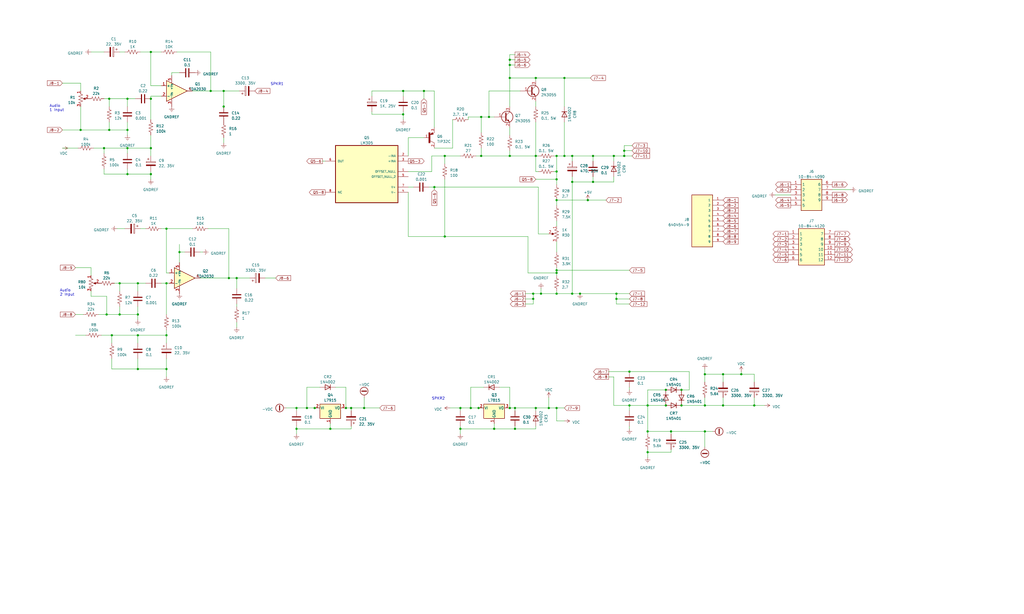
<source format=kicad_sch>
(kicad_sch (version 20230121) (generator eeschema)
  (paper "User" 499.999 299.999)
  (lib_symbols
    (symbol "10-84-4090:10-84-4090"
      (property "Reference" "J" (at 16.51 7.62 0))
      (property "Value" "10-84-4090" (at 16.51 5.08 0))
      (symbol "10-84-4090_1_1"
        (pin passive line (at 0 0 0) (length 5.08) (name "1") (number "1"))
        (pin passive line (at 0 -2.54 0) (length 5.08) (name "2") (number "2"))
        (pin passive line (at 0 -5.08 0) (length 5.08) (name "3") (number "3"))
        (pin passive line (at 0 -7.62 0) (length 5.08) (name "4") (number "4"))
        (pin passive line (at 0 -10.16 0) (length 5.08) (name "5") (number "5"))
        (pin passive line (at 20.32 0 180) (length 5.08) (name "6") (number "6"))
        (pin passive line (at 20.32 -2.54 180) (length 5.08) (name "7") (number "7"))
        (pin passive line (at 20.32 -5.08 180) (length 5.08) (name "8") (number "8"))
        (pin passive line (at 20.32 -7.62 180) (length 5.08) (name "9") (number "9"))
      )
    )
    (symbol "10-84-4120:10-84-4120"
      (property "Reference" "J" (at 19.05 7.62 0))
      (property "Value" "10-84-4120" (at 19.05 5.08 0))
      (symbol "10-84-4120_1_1"
        (pin passive line (at 0 0 0) (length 5.08) (name "1") (number "1"))
        (pin passive line (at 22.86 -7.62 180) (length 5.08) (name "10") (number "10"))
        (pin passive line (at 22.86 -10.16 180) (length 5.08) (name "11") (number "11"))
        (pin passive line (at 22.86 -12.7 180) (length 5.08) (name "12") (number "12"))
        (pin passive line (at 0 -2.54 0) (length 5.08) (name "2") (number "2"))
        (pin passive line (at 0 -5.08 0) (length 5.08) (name "3") (number "3"))
        (pin passive line (at 0 -7.62 0) (length 5.08) (name "4") (number "4"))
        (pin passive line (at 0 -10.16 0) (length 5.08) (name "5") (number "5"))
        (pin passive line (at 0 -12.7 0) (length 5.08) (name "6") (number "6"))
        (pin passive line (at 22.86 0 180) (length 5.08) (name "7") (number "7"))
        (pin passive line (at 22.86 -2.54 180) (length 5.08) (name "8") (number "8"))
        (pin passive line (at 22.86 -5.08 180) (length 5.08) (name "9") (number "9"))
      )
    )
    (symbol "640454-9:640454-9" (pin_names (offset 1.016))
      (property "Reference" "J" (at -5.58 12.7 0))
      (property "Value" "640454-9" (at -5.08 -15.24 0))
      (symbol "640454-9_0_0"
        (pin passive line (at -10.16 10.16 0) (length 5.08) (name "1") (number "1"))
        (pin passive line (at -10.16 7.62 0) (length 5.08) (name "2") (number "2"))
        (pin passive line (at -10.16 5.08 0) (length 5.08) (name "3") (number "3"))
        (pin passive line (at -10.16 2.54 0) (length 5.08) (name "4") (number "4"))
        (pin passive line (at -10.16 0 0) (length 5.08) (name "5") (number "5"))
        (pin passive line (at -10.16 -2.54 0) (length 5.08) (name "6") (number "6"))
        (pin passive line (at -10.16 -5.08 0) (length 5.08) (name "7") (number "7"))
        (pin passive line (at -10.16 -7.62 0) (length 5.08) (name "8") (number "8"))
        (pin passive line (at -10.16 -10.16 0) (length 5.08) (name "9") (number "9"))
      )
    )
    (symbol "Amplifier_Audio:TDA2030" (pin_names (offset 0.127))
      (property "Reference" "U" (at 3.81 6.35 0))
      (property "Value" "TDA2030" (at 3.81 3.81 0))
      (symbol "TDA2030_1_1"
        (pin input line (at -7.62 2.54 0) (length 2.54) (name "+") (number "1"))
        (pin input line (at -7.62 -2.54 0) (length 2.54) (name "-") (number "2"))
        (pin power_in line (at -2.54 -7.62 90) (length 3.81) (name "-Vs") (number "3"))
        (pin output line (at 7.62 0 180) (length 2.54) (name "~") (number "4"))
        (pin power_in line (at -2.54 7.62 270) (length 3.81) (name "+Vs") (number "5"))
      )
    )
    (symbol "Device:C" (pin_numbers hide) (pin_names (offset 0.254))
      (property "Reference" "C" (at 0.635 2.54 0))
      (property "Value" "C" (at 0.635 -2.54 0))
      (symbol "C_1_1"
        (pin passive line (at 0 3.81 270) (length 2.794) (name "~") (number "1"))
        (pin passive line (at 0 -3.81 90) (length 2.794) (name "~") (number "2"))
      )
    )
    (symbol "Device:C_Polarized" (pin_numbers hide) (pin_names (offset 0.254))
      (property "Reference" "C" (at 0.635 2.54 0))
      (property "Value" "C_Polarized" (at 0.635 -2.54 0))
      (symbol "C_Polarized_1_1"
        (pin passive line (at 0 3.81 270) (length 2.794) (name "~") (number "1"))
        (pin passive line (at 0 -3.81 90) (length 2.794) (name "~") (number "2"))
      )
    )
    (symbol "Device:R_Potentiometer_US" (pin_names (offset 1.016) hide)
      (property "Reference" "RV" (at -4.445 0 90))
      (property "Value" "R_Potentiometer_US" (at -2.54 0 90))
      (symbol "R_Potentiometer_US_1_1"
        (pin passive line (at 0 3.81 270) (length 1.27) (name "1") (number "1"))
        (pin passive line (at 3.81 0 180) (length 1.27) (name "2") (number "2"))
        (pin passive line (at 0 -3.81 90) (length 1.27) (name "3") (number "3"))
      )
    )
    (symbol "Device:R_US" (pin_numbers hide) (pin_names (offset 0))
      (property "Reference" "R" (at 2.54 0 90))
      (property "Value" "R_US" (at -2.54 0 90))
      (symbol "R_US_1_1"
        (pin passive line (at 0 3.81 270) (length 1.27) (name "~") (number "1"))
        (pin passive line (at 0 -3.81 90) (length 1.27) (name "~") (number "2"))
      )
    )
    (symbol "Diode:1N4002" (pin_numbers hide) (pin_names hide)
      (property "Reference" "D" (at 0 2.54 0))
      (property "Value" "1N4002" (at 0 -2.54 0))
      (symbol "1N4002_1_1"
        (pin passive line (at -3.81 0 0) (length 2.54) (name "K") (number "1"))
        (pin passive line (at 3.81 0 180) (length 2.54) (name "A") (number "2"))
      )
    )
    (symbol "Diode:1N5401" (pin_numbers hide) (pin_names hide)
      (property "Reference" "D" (at 0 2.54 0))
      (property "Value" "1N5401" (at 0 -2.54 0))
      (symbol "1N5401_1_1"
        (pin passive line (at -3.81 0 0) (length 2.54) (name "K") (number "1"))
        (pin passive line (at 3.81 0 180) (length 2.54) (name "A") (number "2"))
      )
    )
    (symbol "LM741CH_NOPB:LM741CH{slash}NOPB" (pin_names (offset 1.016))
      (property "Reference" "U" (at -5.3696 11.5026 0))
      (property "Value" "LM741CH{slash}NOPB" (at -4.9364 -20.636 0))
      (symbol "LM741CH{slash}NOPB_0_0"
        (pin input line (at -20.32 -2.54 0) (length 5.08) (name "OFFSET_NULL") (number "1"))
        (pin input line (at -20.32 5.08 0) (length 5.08) (name "-INA") (number "2"))
        (pin input line (at -20.32 2.54 0) (length 5.08) (name "+INA") (number "3"))
        (pin passive line (at -20.32 -12.7 0) (length 5.08) (name "V-") (number "4"))
        (pin input line (at -20.32 -5.08 0) (length 5.08) (name "OFFSET_NULL_2") (number "5"))
        (pin output line (at 20.32 2.54 180) (length 5.08) (name "OUT") (number "6"))
        (pin input line (at -20.32 -10.16 0) (length 5.08) (name "V+") (number "7"))
        (pin passive line (at 20.32 -12.7 180) (length 5.08) (name "NC") (number "8"))
      )
    )
    (symbol "Regulator_Linear:L7915" (pin_names (offset 0.254))
      (property "Reference" "U" (at -3.81 -3.175 0))
      (property "Value" "L7915" (at 0 -3.175 0))
      (symbol "L7915_1_1"
        (pin power_in line (at 0 7.62 270) (length 2.54) (name "GND") (number "1"))
        (pin power_in line (at -7.62 0 0) (length 2.54) (name "VI") (number "2"))
        (pin power_out line (at 7.62 0 180) (length 2.54) (name "VO") (number "3"))
      )
    )
    (symbol "TIP32C:TIP32C" (pin_names (offset 1.016))
      (property "Reference" "Q" (at 3.5322 1.7959 0))
      (property "Value" "TIP32C" (at 3.5213 -0.7447 0))
      (symbol "TIP32C_0_0"
        (pin passive line (at -2.54 0 0) (length 2.54) (name "~") (number "1"))
        (pin passive line (at 2.54 5.08 270) (length 2.54) (name "~") (number "2"))
        (pin passive line (at 2.54 -5.08 90) (length 2.54) (name "~") (number "3"))
      )
    )
    (symbol "Transistor_BJT:2N3055" (pin_names (offset 0) hide)
      (property "Reference" "Q" (at 5.08 1.905 0))
      (property "Value" "2N3055" (at 5.08 0 0))
      (symbol "2N3055_1_1"
        (pin input line (at -5.08 0 0) (length 5.715) (name "B") (number "1"))
        (pin passive line (at 2.54 -5.08 90) (length 2.54) (name "E") (number "2"))
        (pin passive line (at 2.54 5.08 270) (length 2.54) (name "C") (number "3"))
      )
    )
    (symbol "power:+5V" (power) (pin_names (offset 0))
      (property "Value" "+5V" (at 0 3.556 0))
      (symbol "+5V_1_1"
        (pin power_in line (at 0 0 90) (length 0) hide (name "+5V") (number "1"))
      )
    )
    (symbol "power:-VDC" (power) (pin_names (offset 0))
      (property "Value" "-VDC" (at 0 6.35 0))
      (symbol "-VDC_1_1"
        (pin power_in line (at 0 0 90) (length 0) hide (name "-VDC") (number "1"))
      )
    )
    (symbol "power:GNDREF" (power) (pin_names (offset 0))
      (property "Value" "GNDREF" (at 0 -3.81 0))
      (symbol "GNDREF_1_1"
        (pin power_in line (at 0 0 270) (length 0) hide (name "GNDREF") (number "1"))
      )
    )
    (symbol "power:VDC" (power) (pin_names (offset 0))
      (property "Value" "VDC" (at 0 6.35 0))
      (symbol "VDC_1_1"
        (pin power_in line (at 0 0 90) (length 0) hide (name "VDC") (number "1"))
      )
    )
  )
  (junction (at 144.78 209.55))
  (junction (at 234.95 57.15))
  (junction (at 344.17 210.82))
  (junction (at 325.12 190.5))
  (junction (at 234.95 76.2))
  (junction (at 87.63 123.19))
  (junction (at 271.78 76.2))
  (junction (at 241.3 209.55))
  (junction (at 304.8 73.66))
  (junction (at 73.66 72.39))
  (junction (at 115.57 135.89))
  (junction (at 144.78 199.39))
  (junction (at 81.28 163.83))
  (junction (at 261.62 199.39))
  (junction (at 300.99 146.05))
  (junction (at 361.95 182.88))
  (junction (at 248.92 76.2))
  (junction (at 50.8 72.39))
  (junction (at 261.62 38.1))
  (junction (at 177.8 199.39))
  (junction (at 251.46 199.39))
  (junction (at 271.78 132.08))
  (junction (at 300.99 143.51))
  (junction (at 248.92 199.39))
  (junction (at 271.78 87.63))
  (junction (at 73.66 25.4))
  (junction (at 52.07 153.67))
  (junction (at 81.28 138.43))
  (junction (at 217.17 76.2))
  (junction (at 207.01 44.45))
  (junction (at 58.42 138.43))
  (junction (at 67.31 153.67))
  (junction (at 224.79 199.39))
  (junction (at 39.37 63.5))
  (junction (at 196.85 55.88))
  (junction (at 289.56 88.9))
  (junction (at 81.28 180.34))
  (junction (at 62.23 48.26))
  (junction (at 251.46 209.55))
  (junction (at 344.17 198.12))
  (junction (at 316.23 220.98))
  (junction (at 327.66 210.82))
  (junction (at 260.35 146.05))
  (junction (at 307.34 181.61))
  (junction (at 111.76 135.89))
  (junction (at 279.4 76.2))
  (junction (at 233.68 199.39))
  (junction (at 271.78 199.39))
  (junction (at 62.23 85.09))
  (junction (at 67.31 138.43))
  (junction (at 161.29 209.55))
  (junction (at 217.17 115.57))
  (junction (at 62.23 63.5))
  (junction (at 264.16 143.51))
  (junction (at 316.23 210.82))
  (junction (at 316.23 198.12))
  (junction (at 275.59 38.1))
  (junction (at 238.76 57.15))
  (junction (at 287.02 97.79))
  (junction (at 171.45 199.39))
  (junction (at 271.78 143.51))
  (junction (at 260.35 143.51))
  (junction (at 62.23 72.39))
  (junction (at 58.42 153.67))
  (junction (at 271.78 83.82))
  (junction (at 224.79 209.55))
  (junction (at 267.97 199.39))
  (junction (at 212.09 91.44))
  (junction (at 109.22 44.45))
  (junction (at 304.8 76.2))
  (junction (at 53.34 48.26))
  (junction (at 67.31 163.83))
  (junction (at 248.92 38.1))
  (junction (at 248.92 29.21))
  (junction (at 289.56 76.2))
  (junction (at 67.31 180.34))
  (junction (at 153.67 199.39))
  (junction (at 353.06 198.12))
  (junction (at 368.3 198.12))
  (junction (at 353.06 182.88))
  (junction (at 275.59 76.2))
  (junction (at 229.87 199.39))
  (junction (at 248.92 31.75))
  (junction (at 109.22 52.07))
  (junction (at 332.74 198.12))
  (junction (at 261.62 76.2))
  (junction (at 53.34 63.5))
  (junction (at 332.74 190.5))
  (junction (at 325.12 198.12))
  (junction (at 271.78 133.35))
  (junction (at 73.66 48.26))
  (junction (at 81.28 111.76))
  (junction (at 73.66 85.09))
  (junction (at 307.34 198.12))
  (junction (at 279.4 88.9))
  (junction (at 299.72 76.2))
  (junction (at 168.91 199.39))
  (junction (at 196.85 44.45))
  (junction (at 102.87 44.45))
  (junction (at 279.4 143.51))
  (junction (at 344.17 182.88))
  (junction (at 271.78 97.79))
  (junction (at 54.61 163.83))
  (junction (at 283.21 143.51))
  (junction (at 149.86 199.39))
  (wire (pts (xy 316.23 212.09) (xy 316.23 210.82)))
  (wire (pts (xy 102.87 44.45) (xy 109.22 44.45)))
  (wire (pts (xy 248.92 31.75) (xy 251.46 31.75)))
  (wire (pts (xy 207.01 67.31) (xy 199.39 67.31)))
  (wire (pts (xy 73.66 83.82) (xy 73.66 85.09)))
  (wire (pts (xy 109.22 44.45) (xy 116.84 44.45)))
  (wire (pts (xy 251.46 200.66) (xy 251.46 199.39)))
  (wire (pts (xy 316.23 220.98) (xy 316.23 223.52)))
  (wire (pts (xy 248.92 73.66) (xy 248.92 76.2)))
  (wire (pts (xy 248.92 199.39) (xy 251.46 199.39)))
  (wire (pts (xy 261.62 39.37) (xy 261.62 38.1)))
  (wire (pts (xy 212.09 62.23) (xy 212.09 44.45)))
  (wire (pts (xy 224.79 199.39) (xy 229.87 199.39)))
  (wire (pts (xy 57.15 111.76) (xy 60.96 111.76)))
  (wire (pts (xy 332.74 190.5) (xy 336.55 190.5)))
  (wire (pts (xy 289.56 76.2) (xy 289.56 78.74)))
  (wire (pts (xy 260.35 146.05) (xy 260.35 148.59)))
  (wire (pts (xy 307.34 208.28) (xy 307.34 209.55)))
  (wire (pts (xy 67.31 153.67) (xy 67.31 156.21)))
  (wire (pts (xy 256.54 143.51) (xy 260.35 143.51)))
  (wire (pts (xy 261.62 199.39) (xy 267.97 199.39)))
  (wire (pts (xy 62.23 48.26) (xy 66.04 48.26)))
  (wire (pts (xy 368.3 198.12) (xy 373.38 198.12)))
  (wire (pts (xy 93.98 44.45) (xy 102.87 44.45)))
  (wire (pts (xy 48.26 153.67) (xy 52.07 153.67)))
  (wire (pts (xy 368.3 182.88) (xy 368.3 186.69)))
  (wire (pts (xy 52.07 144.78) (xy 52.07 153.67)))
  (wire (pts (xy 30.48 63.5) (xy 39.37 63.5)))
  (wire (pts (xy 353.06 182.88) (xy 361.95 182.88)))
  (wire (pts (xy 217.17 76.2) (xy 224.79 76.2)))
  (wire (pts (xy 62.23 85.09) (xy 50.8 85.09)))
  (wire (pts (xy 271.78 76.2) (xy 275.59 76.2)))
  (wire (pts (xy 168.91 199.39) (xy 171.45 199.39)))
  (wire (pts (xy 67.31 138.43) (xy 71.12 138.43)))
  (wire (pts (xy 217.17 87.63) (xy 217.17 115.57)))
  (wire (pts (xy 299.72 198.12) (xy 307.34 198.12)))
  (wire (pts (xy 368.3 194.31) (xy 368.3 198.12)))
  (wire (pts (xy 264.16 140.97) (xy 264.16 143.51)))
  (wire (pts (xy 271.78 83.82) (xy 271.78 87.63)))
  (wire (pts (xy 163.83 189.23) (xy 168.91 189.23)))
  (wire (pts (xy 257.81 133.35) (xy 271.78 133.35)))
  (wire (pts (xy 243.84 189.23) (xy 248.92 189.23)))
  (wire (pts (xy 267.97 199.39) (xy 271.78 199.39)))
  (wire (pts (xy 251.46 199.39) (xy 261.62 199.39)))
  (wire (pts (xy 78.74 138.43) (xy 81.28 138.43)))
  (wire (pts (xy 271.78 97.79) (xy 287.02 97.79)))
  (wire (pts (xy 44.45 134.62) (xy 44.45 130.81)))
  (wire (pts (xy 30.48 72.39) (xy 38.1 72.39)))
  (wire (pts (xy 248.92 199.39) (xy 248.92 189.23)))
  (wire (pts (xy 248.92 62.23) (xy 248.92 66.04)))
  (wire (pts (xy 50.8 72.39) (xy 62.23 72.39)))
  (wire (pts (xy 304.8 71.12) (xy 308.61 71.12)))
  (wire (pts (xy 210.82 76.2) (xy 210.82 83.82)))
  (wire (pts (xy 73.66 41.91) (xy 78.74 41.91)))
  (wire (pts (xy 220.98 72.39) (xy 212.09 72.39)))
  (wire (pts (xy 261.62 199.39) (xy 261.62 200.66)))
  (wire (pts (xy 73.66 48.26) (xy 73.66 58.42)))
  (wire (pts (xy 248.92 26.67) (xy 248.92 29.21)))
  (wire (pts (xy 67.31 167.64) (xy 67.31 163.83)))
  (wire (pts (xy 241.3 207.01) (xy 241.3 209.55)))
  (wire (pts (xy 52.07 153.67) (xy 58.42 153.67)))
  (wire (pts (xy 144.78 208.28) (xy 144.78 209.55)))
  (wire (pts (xy 78.74 111.76) (xy 81.28 111.76)))
  (wire (pts (xy 139.7 199.39) (xy 144.78 199.39)))
  (wire (pts (xy 58.42 153.67) (xy 67.31 153.67)))
  (wire (pts (xy 279.4 143.51) (xy 283.21 143.51)))
  (wire (pts (xy 279.4 76.2) (xy 289.56 76.2)))
  (wire (pts (xy 149.86 189.23) (xy 156.21 189.23)))
  (wire (pts (xy 234.95 72.39) (xy 234.95 76.2)))
  (wire (pts (xy 406.4 92.71) (xy 415.29 92.71)))
  (wire (pts (xy 260.35 143.51) (xy 264.16 143.51)))
  (wire (pts (xy 271.78 142.24) (xy 271.78 143.51)))
  (wire (pts (xy 97.79 123.19) (xy 99.06 123.19)))
  (wire (pts (xy 234.95 76.2) (xy 248.92 76.2)))
  (wire (pts (xy 287.02 97.79) (xy 295.91 97.79)))
  (wire (pts (xy 261.62 208.28) (xy 261.62 209.55)))
  (wire (pts (xy 241.3 209.55) (xy 251.46 209.55)))
  (wire (pts (xy 68.58 111.76) (xy 71.12 111.76)))
  (wire (pts (xy 50.8 82.55) (xy 50.8 85.09)))
  (wire (pts (xy 36.83 130.81) (xy 44.45 130.81)))
  (wire (pts (xy 212.09 92.71) (xy 212.09 91.44)))
  (wire (pts (xy 224.79 209.55) (xy 224.79 212.09)))
  (wire (pts (xy 39.37 63.5) (xy 53.34 63.5)))
  (wire (pts (xy 300.99 143.51) (xy 300.99 146.05)))
  (wire (pts (xy 238.76 57.15) (xy 234.95 57.15)))
  (wire (pts (xy 229.87 189.23) (xy 236.22 189.23)))
  (wire (pts (xy 271.78 87.63) (xy 271.78 90.17)))
  (wire (pts (xy 171.45 199.39) (xy 177.8 199.39)))
  (wire (pts (xy 62.23 48.26) (xy 62.23 52.07)))
  (wire (pts (xy 270.51 76.2) (xy 271.78 76.2)))
  (wire (pts (xy 62.23 82.55) (xy 62.23 85.09)))
  (wire (pts (xy 325.12 198.12) (xy 316.23 198.12)))
  (wire (pts (xy 50.8 72.39) (xy 50.8 74.93)))
  (wire (pts (xy 115.57 157.48) (xy 115.57 160.02)))
  (wire (pts (xy 58.42 149.86) (xy 58.42 153.67)))
  (wire (pts (xy 219.71 199.39) (xy 224.79 199.39)))
  (wire (pts (xy 161.29 209.55) (xy 171.45 209.55)))
  (wire (pts (xy 111.76 135.89) (xy 115.57 135.89)))
  (wire (pts (xy 101.6 111.76) (xy 111.76 111.76)))
  (wire (pts (xy 67.31 163.83) (xy 81.28 163.83)))
  (wire (pts (xy 83.82 35.56) (xy 83.82 36.83)))
  (wire (pts (xy 248.92 31.75) (xy 248.92 38.1)))
  (wire (pts (xy 248.92 38.1) (xy 261.62 38.1)))
  (wire (pts (xy 261.62 38.1) (xy 275.59 38.1)))
  (wire (pts (xy 50.8 48.26) (xy 53.34 48.26)))
  (wire (pts (xy 332.74 198.12) (xy 344.17 198.12)))
  (wire (pts (xy 102.87 25.4) (xy 102.87 44.45)))
  (wire (pts (xy 224.79 208.28) (xy 224.79 209.55)))
  (wire (pts (xy 158.75 78.74) (xy 157.48 78.74)))
  (wire (pts (xy 224.79 209.55) (xy 241.3 209.55)))
  (wire (pts (xy 264.16 143.51) (xy 271.78 143.51)))
  (wire (pts (xy 181.61 55.88) (xy 196.85 55.88)))
  (wire (pts (xy 299.72 78.74) (xy 299.72 76.2)))
  (wire (pts (xy 73.66 25.4) (xy 73.66 41.91)))
  (wire (pts (xy 267.97 194.31) (xy 267.97 199.39)))
  (wire (pts (xy 53.34 48.26) (xy 53.34 52.07)))
  (wire (pts (xy 229.87 199.39) (xy 233.68 199.39)))
  (wire (pts (xy 81.28 163.83) (xy 81.28 167.64)))
  (wire (pts (xy 228.6 57.15) (xy 228.6 58.42)))
  (wire (pts (xy 86.36 25.4) (xy 102.87 25.4)))
  (wire (pts (xy 62.23 72.39) (xy 73.66 72.39)))
  (wire (pts (xy 344.17 186.69) (xy 344.17 182.88)))
  (wire (pts (xy 304.8 71.12) (xy 304.8 73.66)))
  (wire (pts (xy 316.23 210.82) (xy 327.66 210.82)))
  (wire (pts (xy 54.61 163.83) (xy 67.31 163.83)))
  (wire (pts (xy 289.56 88.9) (xy 299.72 88.9)))
  (wire (pts (xy 62.23 72.39) (xy 62.23 74.93)))
  (wire (pts (xy 233.68 199.39) (xy 236.22 199.39)))
  (wire (pts (xy 115.57 148.59) (xy 115.57 149.86)))
  (wire (pts (xy 62.23 63.5) (xy 62.23 66.04)))
  (wire (pts (xy 327.66 210.82) (xy 344.17 210.82)))
  (wire (pts (xy 251.46 208.28) (xy 251.46 209.55)))
  (wire (pts (xy 109.22 44.45) (xy 109.22 52.07)))
  (wire (pts (xy 279.4 76.2) (xy 279.4 78.74)))
  (wire (pts (xy 53.34 48.26) (xy 62.23 48.26)))
  (wire (pts (xy 271.78 118.11) (xy 271.78 123.19)))
  (wire (pts (xy 256.54 148.59) (xy 260.35 148.59)))
  (wire (pts (xy 55.88 138.43) (xy 58.42 138.43)))
  (wire (pts (xy 53.34 63.5) (xy 62.23 63.5)))
  (wire (pts (xy 300.99 143.51) (xy 307.34 143.51)))
  (wire (pts (xy 54.61 180.34) (xy 67.31 180.34)))
  (wire (pts (xy 271.78 133.35) (xy 271.78 134.62)))
  (wire (pts (xy 297.18 181.61) (xy 307.34 181.61)))
  (wire (pts (xy 275.59 59.69) (xy 275.59 76.2)))
  (wire (pts (xy 289.56 86.36) (xy 289.56 88.9)))
  (wire (pts (xy 44.45 142.24) (xy 44.45 144.78)))
  (wire (pts (xy 353.06 194.31) (xy 353.06 198.12)))
  (wire (pts (xy 279.4 88.9) (xy 279.4 143.51)))
  (wire (pts (xy 275.59 38.1) (xy 275.59 52.07)))
  (wire (pts (xy 304.8 76.2) (xy 308.61 76.2)))
  (wire (pts (xy 144.78 199.39) (xy 144.78 200.66)))
  (wire (pts (xy 67.31 149.86) (xy 67.31 153.67)))
  (wire (pts (xy 199.39 91.44) (xy 201.93 91.44)))
  (wire (pts (xy 44.45 144.78) (xy 52.07 144.78)))
  (wire (pts (xy 81.28 111.76) (xy 93.98 111.76)))
  (wire (pts (xy 289.56 76.2) (xy 299.72 76.2)))
  (wire (pts (xy 73.66 46.99) (xy 78.74 46.99)))
  (wire (pts (xy 82.55 133.35) (xy 81.28 133.35)))
  (wire (pts (xy 109.22 67.31) (xy 109.22 69.85)))
  (wire (pts (xy 248.92 52.07) (xy 248.92 38.1)))
  (wire (pts (xy 307.34 198.12) (xy 307.34 200.66)))
  (wire (pts (xy 73.66 85.09) (xy 62.23 85.09)))
  (wire (pts (xy 378.46 95.25) (xy 386.08 95.25)))
  (wire (pts (xy 210.82 76.2) (xy 217.17 76.2)))
  (wire (pts (xy 307.34 189.23) (xy 307.34 190.5)))
  (wire (pts (xy 275.59 76.2) (xy 279.4 76.2)))
  (wire (pts (xy 129.54 135.89) (xy 134.62 135.89)))
  (wire (pts (xy 81.28 138.43) (xy 81.28 153.67)))
  (wire (pts (xy 299.72 76.2) (xy 304.8 76.2)))
  (wire (pts (xy 45.72 72.39) (xy 50.8 72.39)))
  (wire (pts (xy 344.17 180.34) (xy 344.17 182.88)))
  (wire (pts (xy 153.67 199.39) (xy 156.21 199.39)))
  (wire (pts (xy 261.62 49.53) (xy 261.62 52.07)))
  (wire (pts (xy 261.62 76.2) (xy 261.62 83.82)))
  (wire (pts (xy 199.39 93.98) (xy 199.39 115.57)))
  (wire (pts (xy 248.92 31.75) (xy 248.92 29.21)))
  (wire (pts (xy 87.63 119.38) (xy 87.63 123.19)))
  (wire (pts (xy 271.78 205.74) (xy 275.59 205.74)))
  (wire (pts (xy 232.41 76.2) (xy 234.95 76.2)))
  (wire (pts (xy 81.28 133.35) (xy 81.28 111.76)))
  (wire (pts (xy 336.55 190.5) (xy 336.55 181.61)))
  (wire (pts (xy 30.48 40.64) (xy 39.37 40.64)))
  (wire (pts (xy 271.78 107.95) (xy 271.78 110.49)))
  (wire (pts (xy 267.97 114.3) (xy 262.89 114.3)))
  (wire (pts (xy 234.95 57.15) (xy 234.95 64.77)))
  (wire (pts (xy 73.66 66.04) (xy 73.66 72.39)))
  (wire (pts (xy 304.8 73.66) (xy 304.8 76.2)))
  (wire (pts (xy 344.17 182.88) (xy 353.06 182.88)))
  (wire (pts (xy 353.06 198.12) (xy 368.3 198.12)))
  (wire (pts (xy 207.01 44.45) (xy 212.09 44.45)))
  (wire (pts (xy 299.72 88.9) (xy 299.72 86.36)))
  (wire (pts (xy 168.91 199.39) (xy 168.91 189.23)))
  (wire (pts (xy 67.31 180.34) (xy 81.28 180.34)))
  (wire (pts (xy 111.76 111.76) (xy 111.76 135.89)))
  (wire (pts (xy 196.85 55.88) (xy 196.85 58.42)))
  (wire (pts (xy 196.85 44.45) (xy 207.01 44.45)))
  (wire (pts (xy 171.45 208.28) (xy 171.45 209.55)))
  (wire (pts (xy 196.85 46.99) (xy 196.85 44.45)))
  (wire (pts (xy 316.23 190.5) (xy 316.23 198.12)))
  (wire (pts (xy 115.57 135.89) (xy 121.92 135.89)))
  (wire (pts (xy 73.66 72.39) (xy 73.66 76.2)))
  (wire (pts (xy 73.66 85.09) (xy 73.66 87.63)))
  (wire (pts (xy 62.23 59.69) (xy 62.23 63.5)))
  (wire (pts (xy 199.39 67.31) (xy 199.39 76.2)))
  (wire (pts (xy 58.42 138.43) (xy 67.31 138.43)))
  (wire (pts (xy 299.72 198.12) (xy 299.72 184.15)))
  (wire (pts (xy 60.96 25.4) (xy 58.42 25.4)))
  (wire (pts (xy 353.06 182.88) (xy 353.06 186.69)))
  (wire (pts (xy 217.17 76.2) (xy 217.17 80.01)))
  (wire (pts (xy 149.86 189.23) (xy 149.86 199.39)))
  (wire (pts (xy 327.66 219.71) (xy 327.66 220.98)))
  (wire (pts (xy 262.89 91.44) (xy 262.89 114.3)))
  (wire (pts (xy 87.63 123.19) (xy 90.17 123.19)))
  (wire (pts (xy 241.3 57.15) (xy 238.76 57.15)))
  (wire (pts (xy 181.61 46.99) (xy 181.61 44.45)))
  (wire (pts (xy 248.92 26.67) (xy 251.46 26.67)))
  (wire (pts (xy 316.23 220.98) (xy 327.66 220.98)))
  (wire (pts (xy 316.23 198.12) (xy 307.34 198.12)))
  (wire (pts (xy 300.99 146.05) (xy 307.34 146.05)))
  (wire (pts (xy 271.78 83.82) (xy 271.78 76.2)))
  (wire (pts (xy 248.92 29.21) (xy 251.46 29.21)))
  (wire (pts (xy 177.8 199.39) (xy 185.42 199.39)))
  (wire (pts (xy 217.17 115.57) (xy 257.81 115.57)))
  (wire (pts (xy 234.95 57.15) (xy 228.6 57.15)))
  (wire (pts (xy 344.17 198.12) (xy 353.06 198.12)))
  (wire (pts (xy 49.53 163.83) (xy 54.61 163.83)))
  (wire (pts (xy 316.23 220.98) (xy 316.23 219.71)))
  (wire (pts (xy 271.78 132.08) (xy 271.78 133.35)))
  (wire (pts (xy 271.78 199.39) (xy 275.59 199.39)))
  (wire (pts (xy 271.78 130.81) (xy 271.78 132.08)))
  (wire (pts (xy 44.45 25.4) (xy 50.8 25.4)))
  (wire (pts (xy 279.4 86.36) (xy 279.4 88.9)))
  (wire (pts (xy 344.17 210.82) (xy 344.17 218.44)))
  (wire (pts (xy 207.01 44.45) (xy 207.01 48.26)))
  (wire (pts (xy 316.23 190.5) (xy 325.12 190.5)))
  (wire (pts (xy 36.83 163.83) (xy 41.91 163.83)))
  (wire (pts (xy 181.61 44.45) (xy 196.85 44.45)))
  (wire (pts (xy 327.66 210.82) (xy 327.66 212.09)))
  (wire (pts (xy 283.21 143.51) (xy 300.99 143.51)))
  (wire (pts (xy 144.78 199.39) (xy 149.86 199.39)))
  (wire (pts (xy 212.09 91.44) (xy 262.89 91.44)))
  (wire (pts (xy 68.58 25.4) (xy 73.66 25.4)))
  (wire (pts (xy 210.82 83.82) (xy 199.39 83.82)))
  (wire (pts (xy 58.42 138.43) (xy 58.42 142.24)))
  (wire (pts (xy 111.76 135.89) (xy 97.79 135.89)))
  (wire (pts (xy 297.18 184.15) (xy 299.72 184.15)))
  (wire (pts (xy 261.62 59.69) (xy 261.62 76.2)))
  (wire (pts (xy 279.4 88.9) (xy 289.56 88.9)))
  (wire (pts (xy 260.35 143.51) (xy 260.35 146.05)))
  (wire (pts (xy 67.31 138.43) (xy 67.31 142.24)))
  (wire (pts (xy 81.28 161.29) (xy 81.28 163.83)))
  (wire (pts (xy 54.61 175.26) (xy 54.61 180.34)))
  (wire (pts (xy 144.78 209.55) (xy 144.78 212.09)))
  (wire (pts (xy 171.45 199.39) (xy 171.45 200.66)))
  (wire (pts (xy 307.34 181.61) (xy 336.55 181.61)))
  (wire (pts (xy 271.78 143.51) (xy 279.4 143.51)))
  (wire (pts (xy 229.87 189.23) (xy 229.87 199.39)))
  (wire (pts (xy 36.83 153.67) (xy 40.64 153.67)))
  (wire (pts (xy 361.95 182.88) (xy 368.3 182.88)))
  (wire (pts (xy 275.59 38.1) (xy 288.29 38.1)))
  (wire (pts (xy 73.66 48.26) (xy 73.66 46.99)))
  (wire (pts (xy 271.78 199.39) (xy 271.78 205.74)))
  (wire (pts (xy 251.46 209.55) (xy 261.62 209.55)))
  (wire (pts (xy 300.99 148.59) (xy 307.34 148.59)))
  (wire (pts (xy 109.22 52.07) (xy 109.22 53.34)))
  (wire (pts (xy 248.92 76.2) (xy 261.62 76.2)))
  (wire (pts (xy 53.34 59.69) (xy 53.34 63.5)))
  (wire (pts (xy 73.66 25.4) (xy 78.74 25.4)))
  (wire (pts (xy 257.81 115.57) (xy 257.81 133.35)))
  (wire (pts (xy 261.62 87.63) (xy 271.78 87.63)))
  (wire (pts (xy 271.78 97.79) (xy 271.78 100.33)))
  (wire (pts (xy 261.62 76.2) (xy 262.89 76.2)))
  (wire (pts (xy 238.76 44.45) (xy 254 44.45)))
  (wire (pts (xy 181.61 54.61) (xy 181.61 55.88)))
  (wire (pts (xy 67.31 180.34) (xy 67.31 175.26)))
  (wire (pts (xy 220.98 58.42) (xy 220.98 72.39)))
  (wire (pts (xy 39.37 52.07) (xy 39.37 63.5)))
  (wire (pts (xy 271.78 132.08) (xy 307.34 132.08)))
  (wire (pts (xy 81.28 175.26) (xy 81.28 180.34)))
  (wire (pts (xy 261.62 83.82) (xy 262.89 83.82)))
  (wire (pts (xy 224.79 199.39) (xy 224.79 200.66)))
  (wire (pts (xy 81.28 138.43) (xy 82.55 138.43)))
  (wire (pts (xy 144.78 209.55) (xy 161.29 209.55)))
  (wire (pts (xy 54.61 163.83) (xy 54.61 167.64)))
  (wire (pts (xy 361.95 181.61) (xy 361.95 182.88)))
  (wire (pts (xy 270.51 83.82) (xy 271.78 83.82)))
  (wire (pts (xy 39.37 44.45) (xy 39.37 40.64)))
  (wire (pts (xy 87.63 123.19) (xy 87.63 128.27)))
  (wire (pts (xy 316.23 198.12) (xy 316.23 210.82)))
  (wire (pts (xy 83.82 35.56) (xy 87.63 35.56)))
  (wire (pts (xy 238.76 44.45) (xy 238.76 57.15)))
  (wire (pts (xy 209.55 91.44) (xy 212.09 91.44)))
  (wire (pts (xy 81.28 180.34) (xy 81.28 184.15)))
  (wire (pts (xy 344.17 210.82) (xy 347.98 210.82)))
  (wire (pts (xy 256.54 146.05) (xy 260.35 146.05)))
  (wire (pts (xy 115.57 135.89) (xy 115.57 140.97)))
  (wire (pts (xy 196.85 55.88) (xy 196.85 54.61)))
  (wire (pts (xy 304.8 73.66) (xy 308.61 73.66)))
  (wire (pts (xy 149.86 199.39) (xy 153.67 199.39)))
  (wire (pts (xy 199.39 115.57) (xy 217.17 115.57)))
  (wire (pts (xy 344.17 198.12) (xy 344.17 194.31)))
  (wire (pts (xy 300.99 146.05) (xy 300.99 148.59)))
  (wire (pts (xy 177.8 194.31) (xy 177.8 199.39)))
  (wire (pts (xy 161.29 207.01) (xy 161.29 209.55)))
  (text "Audio\n1 Input" (at 24.13 54.61 0) (effects (font (size 1.27 1.27)) (justify left bottom)))
  (text "SPKR2" (at 210.82 195.58 0) (effects (font (size 1.27 1.27)) (justify left bottom)))
  (text "Audio\n2 Input" (at 29.21 144.78 0) (effects (font (size 1.27 1.27)) (justify left bottom)))
  (text "SPKR1" (at 132.08 41.91 0) (effects (font (size 1.27 1.27)) (justify left bottom)))
  (global_label "J8-2" (shape input) (at 30.48 63.5 180) (property "Intersheetrefs" "${INTERSHEET_REFS}" (effects hide)))
  (global_label "J7-3" (shape output) (at 384.81 119.38 180) (property "Intersheetrefs" "${INTERSHEET_REFS}" (effects hide)))
  (global_label "J6-2" (shape output) (at 256.54 146.05 180) (property "Intersheetrefs" "${INTERSHEET_REFS}" (effects hide)))
  (global_label "J7-10" (shape output) (at 407.67 121.92 0) (property "Intersheetrefs" "${INTERSHEET_REFS}" (effects hide)))
  (global_label "J6-8" (shape output) (at 297.18 184.15 180) (property "Intersheetrefs" "${INTERSHEET_REFS}" (effects hide)))
  (global_label "J6-8" (shape output) (at 406.4 95.25 0) (property "Intersheetrefs" "${INTERSHEET_REFS}" (effects hide)))
  (global_label "J7-3" (shape input) (at 308.61 71.12 0) (property "Intersheetrefs" "${INTERSHEET_REFS}" (effects hide)))
  (global_label "J8-9" (shape input) (at 353.06 118.11 0) (property "Intersheetrefs" "${INTERSHEET_REFS}" (effects hide)))
  (global_label "J7-9" (shape output) (at 407.67 119.38 0) (property "Intersheetrefs" "${INTERSHEET_REFS}" (effects hide)))
  (global_label "Q5-3" (shape output) (at 199.39 78.74 0) (property "Intersheetrefs" "${INTERSHEET_REFS}" (effects hide)))
  (global_label "J7-1" (shape input) (at 307.34 143.51 0) (property "Intersheetrefs" "${INTERSHEET_REFS}" (effects hide)))
  (global_label "J6-1" (shape output) (at 386.08 90.17 180) (property "Intersheetrefs" "${INTERSHEET_REFS}" (effects hide)))
  (global_label "J6-6" (shape output) (at 406.4 90.17 0) (property "Intersheetrefs" "${INTERSHEET_REFS}" (effects hide)))
  (global_label "J6-3" (shape output) (at 256.54 148.59 180) (property "Intersheetrefs" "${INTERSHEET_REFS}" (effects hide)))
  (global_label "J7-11" (shape input) (at 308.61 76.2 0) (property "Intersheetrefs" "${INTERSHEET_REFS}" (effects hide)))
  (global_label "J8-1" (shape input) (at 30.48 40.64 180) (property "Intersheetrefs" "${INTERSHEET_REFS}" (effects hide)))
  (global_label "J8-6" (shape input) (at 134.62 135.89 0) (property "Intersheetrefs" "${INTERSHEET_REFS}" (effects hide)))
  (global_label "J7-10" (shape input) (at 308.61 73.66 0) (property "Intersheetrefs" "${INTERSHEET_REFS}" (effects hide)))
  (global_label "J7-4" (shape input) (at 288.29 38.1 0) (property "Intersheetrefs" "${INTERSHEET_REFS}" (effects hide)))
  (global_label "J7-12" (shape input) (at 307.34 148.59 0) (property "Intersheetrefs" "${INTERSHEET_REFS}" (effects hide)))
  (global_label "J7-6" (shape output) (at 384.81 127 180) (property "Intersheetrefs" "${INTERSHEET_REFS}" (effects hide)))
  (global_label "J7-5" (shape input) (at 307.34 132.08 0) (property "Intersheetrefs" "${INTERSHEET_REFS}" (effects hide)))
  (global_label "J6-7" (shape output) (at 297.18 181.61 180) (property "Intersheetrefs" "${INTERSHEET_REFS}" (effects hide)))
  (global_label "J8-9" (shape input) (at 36.83 130.81 180) (property "Intersheetrefs" "${INTERSHEET_REFS}" (effects hide)))
  (global_label "J6-9" (shape output) (at 406.4 97.79 0) (property "Intersheetrefs" "${INTERSHEET_REFS}" (effects hide)))
  (global_label "J7-2" (shape input) (at 295.91 97.79 0) (property "Intersheetrefs" "${INTERSHEET_REFS}" (effects hide)))
  (global_label "J7-5" (shape output) (at 384.81 124.46 180) (property "Intersheetrefs" "${INTERSHEET_REFS}" (effects hide)))
  (global_label "J8-6" (shape input) (at 353.06 110.49 0) (property "Intersheetrefs" "${INTERSHEET_REFS}" (effects hide)))
  (global_label "J6-5" (shape output) (at 251.46 29.21 0) (property "Intersheetrefs" "${INTERSHEET_REFS}" (effects hide)))
  (global_label "J7-9" (shape input) (at 275.59 199.39 0) (property "Intersheetrefs" "${INTERSHEET_REFS}" (effects hide)))
  (global_label "J7-2" (shape output) (at 384.81 116.84 180) (property "Intersheetrefs" "${INTERSHEET_REFS}" (effects hide)))
  (global_label "J8-8" (shape input) (at 353.06 115.57 0) (property "Intersheetrefs" "${INTERSHEET_REFS}" (effects hide)))
  (global_label "J8-7" (shape input) (at 353.06 113.03 0) (property "Intersheetrefs" "${INTERSHEET_REFS}" (effects hide)))
  (global_label "Q5-6" (shape input) (at 212.09 92.71 270) (property "Intersheetrefs" "${INTERSHEET_REFS}" (effects hide)))
  (global_label "J7-12" (shape output) (at 407.67 127 0) (property "Intersheetrefs" "${INTERSHEET_REFS}" (effects hide)))
  (global_label "Q5-8" (shape input) (at 261.62 87.63 180) (property "Intersheetrefs" "${INTERSHEET_REFS}" (effects hide)))
  (global_label "Q5-3" (shape input) (at 207.01 48.26 270) (property "Intersheetrefs" "${INTERSHEET_REFS}" (effects hide)))
  (global_label "J7-7" (shape output) (at 407.67 114.3 0) (property "Intersheetrefs" "${INTERSHEET_REFS}" (effects hide)))
  (global_label "J6-1" (shape output) (at 256.54 143.51 180) (property "Intersheetrefs" "${INTERSHEET_REFS}" (effects hide)))
  (global_label "J8-5" (shape input) (at 353.06 107.95 0) (property "Intersheetrefs" "${INTERSHEET_REFS}" (effects hide)))
  (global_label "J6-4" (shape output) (at 251.46 26.67 0) (property "Intersheetrefs" "${INTERSHEET_REFS}" (effects hide)))
  (global_label "Q5-8" (shape output) (at 158.75 93.98 180) (property "Intersheetrefs" "${INTERSHEET_REFS}" (effects hide)))
  (global_label "J8-4" (shape input) (at 124.46 44.45 0) (property "Intersheetrefs" "${INTERSHEET_REFS}" (effects hide)))
  (global_label "J8-8" (shape input) (at 36.83 153.67 180) (property "Intersheetrefs" "${INTERSHEET_REFS}" (effects hide)))
  (global_label "J7-11" (shape output) (at 407.67 124.46 0) (property "Intersheetrefs" "${INTERSHEET_REFS}" (effects hide)))
  (global_label "J7-4" (shape output) (at 384.81 121.92 180) (property "Intersheetrefs" "${INTERSHEET_REFS}" (effects hide)))
  (global_label "J6-4" (shape output) (at 386.08 97.79 180) (property "Intersheetrefs" "${INTERSHEET_REFS}" (effects hide)))
  (global_label "J7-8" (shape output) (at 407.67 116.84 0) (property "Intersheetrefs" "${INTERSHEET_REFS}" (effects hide)))
  (global_label "J7-8" (shape input) (at 307.34 146.05 0) (property "Intersheetrefs" "${INTERSHEET_REFS}" (effects hide)))
  (global_label "J8-1" (shape input) (at 353.06 97.79 0) (property "Intersheetrefs" "${INTERSHEET_REFS}" (effects hide)))
  (global_label "J7-1" (shape output) (at 384.81 114.3 180) (property "Intersheetrefs" "${INTERSHEET_REFS}" (effects hide)))
  (global_label "J6-6" (shape output) (at 251.46 31.75 0) (property "Intersheetrefs" "${INTERSHEET_REFS}" (effects hide)))
  (global_label "J6-2" (shape output) (at 386.08 92.71 180) (property "Intersheetrefs" "${INTERSHEET_REFS}" (effects hide)))
  (global_label "J8-4" (shape input) (at 353.06 105.41 0) (property "Intersheetrefs" "${INTERSHEET_REFS}" (effects hide)))
  (global_label "J6-5" (shape output) (at 386.08 100.33 180) (property "Intersheetrefs" "${INTERSHEET_REFS}" (effects hide)))
  (global_label "J8-2" (shape input) (at 353.06 100.33 0) (property "Intersheetrefs" "${INTERSHEET_REFS}" (effects hide)))
  (global_label "J7-6" (shape input) (at 185.42 199.39 0) (property "Intersheetrefs" "${INTERSHEET_REFS}" (effects hide)))
  (global_label "Q5-6" (shape output) (at 157.48 78.74 180) (property "Intersheetrefs" "${INTERSHEET_REFS}" (effects hide)))
  (global_label "J8-3" (shape input) (at 353.06 102.87 0) (property "Intersheetrefs" "${INTERSHEET_REFS}" (effects hide)))
  (symbol (lib_id "Device:R_Potentiometer_US") (at 39.37 48.26 0) (unit 1)
    (property "Reference" "R1" (at 36.83 47.625 0) (effects (justify right)))
    (property "Value" "10k" (at 36.83 50.165 0) (effects (justify right)))
    (property "Footprint" "Potentiometer_THT:Potentiometer_Bourns_3386P_Vertical" (effects hide))
  )
  (symbol (lib_id "10-84-4120:10-84-4120") (at 384.81 114.3 0) (unit 1)
    (property "Reference" "J7" (at 396.24 107.95 0))
    (property "Value" "10-84-4120" (at 396.24 110.49 0))
    (property "Footprint" "MOLEX_10-84-4120 Connector:10844120" (effects hide))
    (property "Datasheet" "https://componentsearchengine.com/Datasheets/1/10-84-4120.pdf" (effects hide))
    (property "Height" "13.97" (effects hide))
    (property "Manufacturer_Name" "Molex" (effects hide))
    (property "Manufacturer_Part_Number" "10-84-4120" (effects hide))
    (property "Mouser Part Number" "538-10-84-4120" (effects hide))
    (property "Mouser Price/Stock" "https://www.mouser.com/Search/Refine.aspx?Keyword=538-10-84-4120" (effects hide))
  )
  (symbol (lib_id "power:GNDREF") (at 99.06 123.19 90) (unit 1)
    (property "Reference" "#PWR011" (effects hide))
    (property "Value" "GNDREF" (at 102.87 123.825 90) (effects (justify right)))
  )
  (symbol (lib_id "Diode:1N5401") (at 328.93 190.5 180) (unit 1)
    (property "Reference" "CR4" (at 328.93 185.42 0))
    (property "Value" "1N5401" (at 328.93 187.96 0))
    (property "Footprint" "Diode_THT:D_DO-201AD_P15.24mm_Horizontal" (effects hide))
    (property "Datasheet" "http://www.vishay.com/docs/88516/1n5400.pdf" (effects hide))
    (property "Sim.Device" "D" (effects hide))
    (property "Sim.Pins" "1=K 2=A" (effects hide))
  )
  (symbol (lib_id "Device:C") (at 67.31 171.45 0) (unit 1)
    (property "Reference" "C8" (at 71.12 170.815 0) (effects (justify left)))
    (property "Value" "0.1" (at 71.12 173.355 0) (effects (justify left)))
    (property "Footprint" "Capacitor_THT:C_Axial_L3.8mm_D2.6mm_P12.50mm_Horizontal" (effects hide))
  )
  (symbol (lib_id "Device:C") (at 224.79 204.47 180) (unit 1)
    (property "Reference" "C17" (at 228.6 203.835 0) (effects (justify right)))
    (property "Value" "0.1" (at 228.6 206.375 0) (effects (justify right)))
    (property "Footprint" "Capacitor_THT:C_Axial_L3.8mm_D2.6mm_P12.50mm_Horizontal" (effects hide))
  )
  (symbol (lib_id "power:GNDREF") (at 115.57 160.02 0) (unit 1)
    (property "Reference" "#PWR013" (effects hide))
    (property "Value" "GNDREF" (at 115.57 165.1 0))
  )
  (symbol (lib_id "Device:C") (at 62.23 55.88 0) (unit 1)
    (property "Reference" "C3" (at 66.04 55.245 0) (effects (justify left)))
    (property "Value" "0.001" (at 66.04 57.785 0) (effects (justify left)))
    (property "Footprint" "Capacitor_THT:C_Axial_L3.8mm_D2.6mm_P12.50mm_Horizontal" (effects hide))
  )
  (symbol (lib_id "10-84-4090:10-84-4090") (at 386.08 90.17 0) (unit 1)
    (property "Reference" "J6" (at 396.24 83.82 0))
    (property "Value" "10-84-4090" (at 396.24 86.36 0))
    (property "Footprint" "MOLEX_10-84-4090 Connector:10844090" (effects hide))
    (property "Datasheet" "https://www.molex.com/pdm_docs/sd/010844090_sd.pdf" (effects hide))
    (property "Height" "14.22" (effects hide))
    (property "Manufacturer_Name" "Molex" (effects hide))
    (property "Manufacturer_Part_Number" "10-84-4090" (effects hide))
    (property "Mouser Part Number" "538-10-84-4090" (effects hide))
    (property "Mouser Price/Stock" "https://www.mouser.co.uk/ProductDetail/Molex/10-84-4090?qs=KC2ywxza1kovBBhuRrmxtg%3D%3D" (effects hide))
  )
  (symbol (lib_id "Device:R_US") (at 82.55 25.4 90) (unit 1)
    (property "Reference" "R14" (at 82.55 20.32 90))
    (property "Value" "10K" (at 82.55 22.86 90))
    (property "Footprint" "Resistor_THT:R_Axial_DIN0309_L9.0mm_D3.2mm_P12.70mm_Horizontal" (effects hide))
  )
  (symbol (lib_id "Device:R_US") (at 115.57 153.67 180) (unit 1)
    (property "Reference" "R17" (at 118.11 153.035 0) (effects (justify right)))
    (property "Value" "1" (at 118.11 155.575 0) (effects (justify right)))
    (property "Footprint" "Resistor_THT:R_Axial_DIN0309_L9.0mm_D3.2mm_P12.70mm_Horizontal" (effects hide))
  )
  (symbol (lib_id "Device:C") (at 74.93 138.43 90) (unit 1)
    (property "Reference" "C6" (at 74.93 132.08 90))
    (property "Value" "0.22" (at 74.93 134.62 90))
    (property "Footprint" "Capacitor_THT:C_Axial_L12.0mm_D6.5mm_P20.00mm_Horizontal" (effects hide))
  )
  (symbol (lib_id "LM741CH_NOPB:LM741CH{slash}NOPB") (at 179.07 81.28 0) (mirror y) (unit 1)
    (property "Reference" "Q5" (at 179.07 67.31 0))
    (property "Value" "LM305" (at 179.07 69.85 0))
    (property "Footprint" "TO_SOT_THT:TO-99-8" (effects hide))
    (property "SUPPLIER" "National Semiconductor" (effects hide))
    (property "OC_FARNELL" "1216154" (effects hide))
    (property "MPN" "LM741CH/NOPB" (effects hide))
    (property "PACKAGE" "TO-99-8" (effects hide))
    (property "OC_NEWARK" "01M8171" (effects hide))
  )
  (symbol (lib_id "Device:R_US") (at 266.7 83.82 90) (unit 1)
    (property "Reference" "R27" (at 266.7 78.74 90))
    (property "Value" "0.1, 5W" (at 266.7 81.28 90))
    (property "Footprint" "Resistor_THT:R_Axial_Power_L20.0mm_W6.4mm_P30.48mm" (effects hide))
  )
  (symbol (lib_id "power:+5V") (at 287.02 97.79 0) (unit 1)
    (property "Reference" "#PWR030" (effects hide))
    (property "Value" "+5V" (at 287.02 93.98 0))
  )
  (symbol (lib_id "power:GNDREF") (at 378.46 95.25 270) (unit 1)
    (property "Reference" "#PWR033" (effects hide))
    (property "Value" "GNDREF" (at 374.65 95.885 90) (effects (justify right)))
  )
  (symbol (lib_id "Device:R_US") (at 248.92 69.85 0) (unit 1)
    (property "Reference" "R23" (at 251.46 69.215 0) (effects (justify left)))
    (property "Value" "0.1, 5W" (at 251.46 71.755 0) (effects (justify left)))
    (property "Footprint" "Resistor_THT:R_Axial_Power_L20.0mm_W6.4mm_P30.48mm" (effects hide))
  )
  (symbol (lib_id "power:GNDREF") (at 415.29 92.71 90) (unit 1)
    (property "Reference" "#PWR034" (effects hide))
    (property "Value" "GNDREF" (at 419.1 93.345 90) (effects (justify right)))
  )
  (symbol (lib_id "Device:R_US") (at 234.95 68.58 0) (unit 1)
    (property "Reference" "R22" (at 237.49 67.945 0) (effects (justify left)))
    (property "Value" "100" (at 237.49 70.485 0) (effects (justify left)))
    (property "Footprint" "Resistor_THT:R_Axial_DIN0309_L9.0mm_D3.2mm_P12.70mm_Horizontal" (effects hide))
  )
  (symbol (lib_id "Device:R_US") (at 316.23 215.9 180) (unit 1)
    (property "Reference" "R19" (at 318.77 215.265 0) (effects (justify right)))
    (property "Value" "5.6k" (at 318.77 217.805 0) (effects (justify right)))
    (property "Footprint" "Resistor_THT:R_Axial_DIN0309_L9.0mm_D3.2mm_P12.70mm_Horizontal" (effects hide))
  )
  (symbol (lib_id "Device:R_US") (at 46.99 48.26 90) (unit 1)
    (property "Reference" "R2" (at 46.99 43.18 90))
    (property "Value" "22k" (at 46.99 45.72 90))
    (property "Footprint" "Resistor_THT:R_Axial_DIN0309_L9.0mm_D3.2mm_P12.70mm_Horizontal" (effects hide))
  )
  (symbol (lib_id "Amplifier_Audio:TDA2030") (at 86.36 44.45 0) (unit 1)
    (property "Reference" "Q1" (at 96.52 41.0211 0))
    (property "Value" "TDA2030" (at 96.52 43.5611 0))
    (property "Footprint" "Package_TO_SOT_THT:TO-220-5_P3.4x3.7mm_StaggerOdd_Lead3.8mm_Vertical" (effects hide))
    (property "Datasheet" "http://www.st.com/resource/en/datasheet/cd00000128.pdf" (effects hide))
  )
  (symbol (lib_id "power:-VDC") (at 139.7 199.39 90) (unit 1)
    (property "Reference" "#PWR016" (effects hide))
    (property "Value" "-VDC" (at 133.35 200.025 90) (effects (justify left)))
  )
  (symbol (lib_id "Device:C") (at 205.74 91.44 270) (unit 1)
    (property "Reference" "C22" (at 205.74 85.09 90))
    (property "Value" "0.001" (at 205.74 87.63 90))
    (property "Footprint" "Capacitor_THT:C_Axial_L3.8mm_D2.6mm_P12.50mm_Horizontal" (effects hide))
  )
  (symbol (lib_id "power:GNDREF") (at 224.79 212.09 0) (unit 1)
    (property "Reference" "#PWR018" (effects hide))
    (property "Value" "GNDREF" (at 224.79 217.17 0))
  )
  (symbol (lib_id "power:GNDREF") (at 57.15 111.76 270) (unit 1)
    (property "Reference" "#PWR012" (effects hide))
    (property "Value" "GNDREF" (at 53.34 112.395 90) (effects (justify right)))
  )
  (symbol (lib_id "Device:R_US") (at 44.45 153.67 90) (unit 1)
    (property "Reference" "R34" (at 44.45 148.59 90))
    (property "Value" "22k" (at 44.45 151.13 90))
    (property "Footprint" "Resistor_THT:R_Axial_DIN0309_L9.0mm_D3.2mm_P12.70mm_Horizontal" (effects hide))
  )
  (symbol (lib_id "Device:C") (at 251.46 204.47 180) (unit 1)
    (property "Reference" "C30" (at 255.27 203.835 0) (effects (justify right)))
    (property "Value" "0.1" (at 255.27 206.375 0) (effects (justify right)))
    (property "Footprint" "Capacitor_THT:C_Axial_L3.8mm_D2.6mm_P12.50mm_Horizontal" (effects hide))
  )
  (symbol (lib_id "Device:R_US") (at 41.91 72.39 90) (unit 1)
    (property "Reference" "R4" (at 41.91 67.31 90) (effects (justify bottom)))
    (property "Value" "100k" (at 41.91 69.85 90) (effects (justify bottom)))
    (property "Footprint" "Resistor_THT:R_Axial_DIN0309_L9.0mm_D3.2mm_P12.70mm_Horizontal" (effects hide))
  )
  (symbol (lib_id "Device:C_Polarized") (at 171.45 204.47 180) (unit 1)
    (property "Reference" "C21" (at 175.26 204.724 0) (effects (justify right)))
    (property "Value" "22, 35V" (at 175.26 207.264 0) (effects (justify right)))
    (property "Footprint" "Capacitor_THT:C_Axial_L17.0mm_D6.5mm_P20.00mm_Horizontal" (effects hide))
  )
  (symbol (lib_id "Diode:1N4002") (at 160.02 189.23 180) (unit 1)
    (property "Reference" "CR2" (at 160.02 184.15 0))
    (property "Value" "1N4002" (at 160.02 186.69 0))
    (property "Footprint" "Diode_THT:D_DO-41_SOD81_P10.16mm_Horizontal" (effects hide))
    (property "Datasheet" "http://www.vishay.com/docs/88503/1n4001.pdf" (effects hide))
    (property "Sim.Device" "D" (effects hide))
    (property "Sim.Pins" "1=K 2=A" (effects hide))
  )
  (symbol (lib_id "Device:R_Potentiometer_US") (at 271.78 114.3 0) (mirror y) (unit 1)
    (property "Reference" "R30" (at 274.32 114.935 0) (effects (justify right)))
    (property "Value" "1K" (at 274.32 112.395 0) (effects (justify right)))
    (property "Footprint" "Potentiometer_THT:Potentiometer_Bourns_3386P_Vertical" (effects hide))
  )
  (symbol (lib_id "power:GNDREF") (at 95.25 35.56 90) (unit 1)
    (property "Reference" "#PWR02" (effects hide))
    (property "Value" "GNDREF" (at 99.06 36.195 90) (effects (justify right)))
  )
  (symbol (lib_id "Device:R_US") (at 81.28 157.48 0) (unit 1)
    (property "Reference" "R13" (at 83.82 156.845 0) (effects (justify left)))
    (property "Value" "100k" (at 83.82 159.385 0) (effects (justify left)))
    (property "Footprint" "Resistor_THT:R_Axial_DIN0309_L9.0mm_D3.2mm_P12.70mm_Horizontal" (effects hide))
  )
  (symbol (lib_id "Device:R_US") (at 266.7 76.2 90) (unit 1)
    (property "Reference" "R26" (at 266.7 71.12 90))
    (property "Value" "0.1, 5W" (at 266.7 73.66 90))
    (property "Footprint" "Resistor_THT:R_Axial_Power_L20.0mm_W6.4mm_P30.48mm" (effects hide))
  )
  (symbol (lib_id "Device:R_US") (at 50.8 78.74 0) (unit 1)
    (property "Reference" "R5" (at 53.34 78.105 0) (effects (justify left)))
    (property "Value" "100k" (at 53.34 80.645 0) (effects (justify left)))
    (property "Footprint" "Resistor_THT:R_Axial_DIN0309_L9.0mm_D3.2mm_P12.70mm_Horizontal" (effects hide))
  )
  (symbol (lib_id "power:GNDREF") (at 344.17 180.34 180) (unit 1)
    (property "Reference" "#PWR027" (effects hide))
    (property "Value" "GNDREF" (at 344.17 175.26 0))
  )
  (symbol (lib_id "Diode:1N4002") (at 299.72 82.55 90) (mirror x) (unit 1)
    (property "Reference" "CR9" (at 304.8 82.55 0))
    (property "Value" "1N4002" (at 302.26 82.55 0))
    (property "Footprint" "Diode_THT:D_DO-41_SOD81_P10.16mm_Horizontal" (effects hide))
    (property "Datasheet" "http://www.vishay.com/docs/88503/1n4001.pdf" (effects hide))
    (property "Sim.Device" "D" (effects hide))
    (property "Sim.Pins" "1=K 2=A" (effects hide))
  )
  (symbol (lib_id "Device:C_Polarized") (at 54.61 25.4 270) (unit 1)
    (property "Reference" "C1" (at 55.499 19.05 90))
    (property "Value" "22, 35V" (at 55.499 21.59 90))
    (property "Footprint" "Capacitor_THT:C_Axial_L17.0mm_D6.5mm_P20.00mm_Horizontal" (effects hide))
  )
  (symbol (lib_id "power:VDC") (at 361.95 181.61 0) (unit 1)
    (property "Reference" "#PWR028" (effects hide))
    (property "Value" "VDC" (at 361.95 177.8 0))
  )
  (symbol (lib_id "Transistor_BJT:2N3055") (at 246.38 57.15 0) (unit 1)
    (property "Reference" "Q7" (at 251.46 56.515 0) (effects (justify left)))
    (property "Value" "2N3055" (at 251.46 59.055 0) (effects (justify left)))
    (property "Footprint" "Package_TO_SOT_THT:TO-3" (effects hide))
    (property "Datasheet" "http://www.onsemi.com/pub_link/Collateral/2N3055-D.PDF" (effects hide))
  )
  (symbol (lib_id "Device:C") (at 144.78 204.47 180) (unit 1)
    (property "Reference" "C18" (at 148.59 203.835 0) (effects (justify right)))
    (property "Value" "0.1" (at 148.59 206.375 0) (effects (justify right)))
    (property "Footprint" "Capacitor_THT:C_Axial_L3.8mm_D2.6mm_P12.50mm_Horizontal" (effects hide))
  )
  (symbol (lib_id "Device:C_Polarized") (at 125.73 135.89 90) (unit 1)
    (property "Reference" "C15" (at 124.841 129.54 90))
    (property "Value" "3300, 35V" (at 124.841 132.08 90))
    (property "Footprint" "Capacitor_THT:CP_Axial_L55.0mm_D23.0mm_P60.00mm_Horizontal" (effects hide))
  )
  (symbol (lib_id "Device:C") (at 67.31 146.05 0) (unit 1)
    (property "Reference" "C7" (at 71.12 145.415 0) (effects (justify left)))
    (property "Value" "0.001" (at 71.12 147.955 0) (effects (justify left)))
    (property "Footprint" "Capacitor_THT:C_Axial_L3.8mm_D2.6mm_P12.50mm_Horizontal" (effects hide))
  )
  (symbol (lib_id "power:GNDREF") (at 196.85 58.42 0) (unit 1)
    (property "Reference" "#PWR029" (effects hide))
    (property "Value" "GNDREF" (at 196.85 63.5 0))
  )
  (symbol (lib_id "Diode:1N5401") (at 325.12 194.31 270) (unit 1)
    (property "Reference" "CR5" (at 318.77 193.04 90) (effects (justify left)))
    (property "Value" "1N5401" (at 317.5 195.58 90) (effects (justify left)))
    (property "Footprint" "Diode_THT:D_DO-201AD_P15.24mm_Horizontal" (effects hide))
    (property "Datasheet" "http://www.vishay.com/docs/88516/1n5400.pdf" (effects hide))
    (property "Sim.Device" "D" (effects hide))
    (property "Sim.Pins" "1=K 2=A" (effects hide))
  )
  (symbol (lib_id "Device:C_Polarized") (at 120.65 44.45 90) (unit 1)
    (property "Reference" "C13" (at 119.761 38.1 90))
    (property "Value" "3300, 35V" (at 119.761 40.64 90))
    (property "Footprint" "Capacitor_THT:CP_Axial_L55.0mm_D23.0mm_P60.00mm_Horizontal" (effects hide))
  )
  (symbol (lib_id "power:GNDREF") (at 73.66 87.63 0) (unit 1)
    (property "Reference" "#PWR04" (effects hide))
    (property "Value" "GNDREF" (at 73.66 92.71 0))
  )
  (symbol (lib_id "power:GNDREF") (at 316.23 223.52 0) (unit 1)
    (property "Reference" "#PWR021" (effects hide))
    (property "Value" "GNDREF" (at 316.23 228.6 0))
  )
  (symbol (lib_id "Device:C") (at 69.85 48.26 90) (unit 1)
    (property "Reference" "C2" (at 69.85 41.91 90))
    (property "Value" "0.22" (at 69.85 44.45 90))
    (property "Footprint" "Capacitor_THT:C_Axial_L5.1mm_D3.1mm_P15.00mm_Horizontal" (effects hide))
  )
  (symbol (lib_id "Device:R_US") (at 261.62 55.88 0) (unit 1)
    (property "Reference" "R25" (at 264.16 55.245 0) (effects (justify left)))
    (property "Value" "0.1, 5W" (at 264.16 57.785 0) (effects (justify left)))
    (property "Footprint" "Resistor_THT:R_Axial_Power_L20.0mm_W6.4mm_P30.48mm" (effects hide))
  )
  (symbol (lib_id "power:GNDREF") (at 144.78 212.09 0) (unit 1)
    (property "Reference" "#PWR014" (effects hide))
    (property "Value" "GNDREF" (at 144.78 217.17 0))
  )
  (symbol (lib_id "Device:R_US") (at 271.78 104.14 180) (unit 1)
    (property "Reference" "R29" (at 274.32 103.505 0) (effects (justify right)))
    (property "Value" "7.5K" (at 274.32 106.045 0) (effects (justify right)))
    (property "Footprint" "Resistor_THT:R_Axial_DIN0309_L9.0mm_D3.2mm_P12.70mm_Horizontal" (effects hide))
  )
  (symbol (lib_id "power:VDC") (at 373.38 198.12 270) (unit 1)
    (property "Reference" "#PWR026" (effects hide))
    (property "Value" "VDC" (at 377.19 198.755 90) (effects (justify left)))
  )
  (symbol (lib_id "Device:R_US") (at 271.78 93.98 180) (unit 1)
    (property "Reference" "R28" (at 274.32 93.345 0) (effects (justify right)))
    (property "Value" "2.7" (at 274.32 95.885 0) (effects (justify right)))
    (property "Footprint" "Resistor_THT:R_Axial_DIN0309_L9.0mm_D3.2mm_P12.70mm_Horizontal" (effects hide))
  )
  (symbol (lib_id "power:VDC") (at 30.48 72.39 270) (unit 1)
    (property "Reference" "#PWR05" (effects hide))
    (property "Value" "VDC" (at 29.21 74.93 90) (effects (justify left)))
  )
  (symbol (lib_id "Device:R_US") (at 217.17 83.82 0) (unit 1)
    (property "Reference" "R18" (at 219.71 83.185 0) (effects (justify left)))
    (property "Value" "100" (at 219.71 85.725 0) (effects (justify left)))
    (property "Footprint" "Resistor_THT:R_Axial_DIN0309_L9.0mm_D3.2mm_P12.70mm_Horizontal" (effects hide))
  )
  (symbol (lib_id "Device:C") (at 289.56 82.55 0) (unit 1)
    (property "Reference" "C29" (at 293.37 81.915 0) (effects (justify left)))
    (property "Value" "0.1" (at 293.37 84.455 0) (effects (justify left)))
    (property "Footprint" "Capacitor_THT:C_Axial_L3.8mm_D2.6mm_P12.50mm_Horizontal" (effects hide))
  )
  (symbol (lib_id "Device:C_Polarized") (at 327.66 215.9 180) (unit 1)
    (property "Reference" "C25" (at 331.47 216.154 0) (effects (justify right)))
    (property "Value" "3300, 35V" (at 331.47 218.694 0) (effects (justify right)))
    (property "Footprint" "Capacitor_THT:CP_Axial_L55.0mm_D23.0mm_P60.00mm_Horizontal" (effects hide))
  )
  (symbol (lib_id "power:-VDC") (at 347.98 210.82 270) (unit 1)
    (property "Reference" "#PWR024" (effects hide))
    (property "Value" "-VDC" (at 354.33 211.455 90) (effects (justify left)))
  )
  (symbol (lib_id "Device:C_Polarized") (at 279.4 82.55 0) (unit 1)
    (property "Reference" "C28" (at 283.21 81.026 0) (effects (justify left)))
    (property "Value" "470, 25V" (at 283.21 83.566 0) (effects (justify left)))
    (property "Footprint" "Capacitor_THT:CP_Axial_L29.0mm_D10.0mm_P35.00mm_Horizontal" (effects hide))
  )
  (symbol (lib_id "power:GNDREF") (at 62.23 66.04 0) (unit 1)
    (property "Reference" "#PWR03" (effects hide))
    (property "Value" "GNDREF" (at 62.23 71.12 0))
  )
  (symbol (lib_id "Device:C") (at 62.23 78.74 0) (unit 1)
    (property "Reference" "C4" (at 66.04 78.105 0) (effects (justify left)))
    (property "Value" "0.1" (at 66.04 80.645 0) (effects (justify left)))
    (property "Footprint" "Capacitor_THT:C_Axial_L3.8mm_D2.6mm_P12.50mm_Horizontal" (effects hide))
  )
  (symbol (lib_id "640454-9:640454-9") (at 342.9 107.95 0) (mirror y) (unit 1)
    (property "Reference" "J8" (at 336.55 107.315 0) (effects (justify left)))
    (property "Value" "640454-9" (at 336.55 109.855 0) (effects (justify left)))
    (property "Footprint" "640454-9 9_PIN HEADER:TE_640454-9" (effects hide))
    (property "Comment" "640454-9" (effects hide))
    (property "EU_RoHS_Compliance" "Compliant" (effects hide))
  )
  (symbol (lib_id "power:GNDREF") (at 307.34 190.5 0) (unit 1)
    (property "Reference" "#PWR023" (effects hide))
    (property "Value" "GNDREF" (at 307.34 195.58 0))
  )
  (symbol (lib_id "Device:R_US") (at 45.72 163.83 90) (unit 1)
    (property "Reference" "R8" (at 45.72 158.75 90))
    (property "Value" "100k" (at 45.72 161.29 90))
    (property "Footprint" "Resistor_THT:R_Axial_DIN0309_L9.0mm_D3.2mm_P12.70mm_Horizontal" (effects hide))
  )
  (symbol (lib_id "Diode:1N4002") (at 275.59 55.88 90) (mirror x) (unit 1)
    (property "Reference" "CR8" (at 280.67 55.88 0))
    (property "Value" "1N4002" (at 278.13 55.88 0))
    (property "Footprint" "Diode_THT:D_DO-41_SOD81_P10.16mm_Horizontal" (effects hide))
    (property "Datasheet" "http://www.vishay.com/docs/88503/1n4001.pdf" (effects hide))
    (property "Sim.Device" "D" (effects hide))
    (property "Sim.Pins" "1=K 2=A" (effects hide))
  )
  (symbol (lib_id "Device:R_US") (at 97.79 111.76 90) (unit 1)
    (property "Reference" "R15" (at 97.79 106.68 90))
    (property "Value" "10K" (at 97.79 109.22 90))
    (property "Footprint" "Resistor_THT:R_Axial_DIN0309_L9.0mm_D3.2mm_P12.70mm_Horizontal" (effects hide))
  )
  (symbol (lib_id "power:VDC") (at 219.71 199.39 90) (unit 1)
    (property "Reference" "#PWR017" (effects hide))
    (property "Value" "VDC" (at 215.9 200.025 90) (effects (justify left)))
  )
  (symbol (lib_id "Device:C_Polarized") (at 353.06 190.5 180) (unit 1)
    (property "Reference" "C26" (at 356.87 190.754 0) (effects (justify right)))
    (property "Value" "3300, 35V" (at 356.87 193.294 0) (effects (justify right)))
    (property "Footprint" "Capacitor_THT:CP_Axial_L55.0mm_D23.0mm_P60.00mm_Horizontal" (effects hide))
  )
  (symbol (lib_id "Device:R_US") (at 58.42 146.05 0) (unit 1)
    (property "Reference" "R7" (at 60.96 145.415 0) (effects (justify left)))
    (property "Value" "12k" (at 60.96 147.955 0) (effects (justify left)))
    (property "Footprint" "Resistor_THT:R_Axial_DIN0309_L9.0mm_D3.2mm_P12.70mm_Horizontal" (effects hide))
  )
  (symbol (lib_id "Device:R_US") (at 344.17 190.5 180) (unit 1)
    (property "Reference" "R24" (at 346.71 189.865 0) (effects (justify right)))
    (property "Value" "5.6k" (at 346.71 192.405 0) (effects (justify right)))
    (property "Footprint" "Resistor_THT:R_Axial_DIN0309_L9.0mm_D3.2mm_P12.70mm_Horizontal" (effects hide))
  )
  (symbol (lib_id "Device:C_Polarized") (at 73.66 80.01 0) (unit 1)
    (property "Reference" "C9" (at 77.47 78.486 0) (effects (justify left)))
    (property "Value" "22, 35V" (at 77.47 81.026 0) (effects (justify left)))
    (property "Footprint" "Capacitor_THT:C_Axial_L17.0mm_D6.5mm_P20.00mm_Horizontal" (effects hide))
  )
  (symbol (lib_id "Device:C") (at 115.57 144.78 180) (unit 1)
    (property "Reference" "C16" (at 119.38 144.145 0) (effects (justify right)))
    (property "Value" "0.22" (at 119.38 146.685 0) (effects (justify right)))
    (property "Footprint" "Capacitor_THT:C_Axial_L12.0mm_D6.5mm_P20.00mm_Horizontal" (effects hide))
  )
  (symbol (lib_id "Device:R_US") (at 271.78 127 180) (unit 1)
    (property "Reference" "R31" (at 274.32 126.365 0) (effects (justify right)))
    (property "Value" "3.9K" (at 274.32 128.905 0) (effects (justify right)))
    (property "Footprint" "Resistor_THT:R_Axial_DIN0309_L9.0mm_D3.2mm_P12.70mm_Horizontal" (effects hide))
  )
  (symbol (lib_id "power:GNDREF") (at 83.82 52.07 0) (unit 1)
    (property "Reference" "#PWR06" (effects hide))
    (property "Value" "GNDREF" (at 83.82 57.15 0))
  )
  (symbol (lib_id "Device:R_US") (at 74.93 111.76 90) (unit 1)
    (property "Reference" "R11" (at 74.93 106.68 90))
    (property "Value" "1K" (at 74.93 109.22 90))
    (property "Footprint" "Resistor_THT:R_Axial_DIN0309_L9.0mm_D3.2mm_P12.70mm_Horizontal" (effects hide))
  )
  (symbol (lib_id "Diode:1N5401") (at 332.74 194.31 90) (unit 1)
    (property "Reference" "CR6" (at 335.28 193.675 90) (effects (justify right)))
    (property "Value" "1N5401" (at 335.28 196.215 90) (effects (justify right)))
    (property "Footprint" "Diode_THT:D_DO-201AD_P15.24mm_Horizontal" (effects hide))
    (property "Datasheet" "http://www.vishay.com/docs/88516/1n5400.pdf" (effects hide))
    (property "Sim.Device" "D" (effects hide))
    (property "Sim.Pins" "1=K 2=A" (effects hide))
  )
  (symbol (lib_id "Device:C") (at 307.34 204.47 180) (unit 1)
    (property "Reference" "C24" (at 311.15 203.835 0) (effects (justify right)))
    (property "Value" "0.1" (at 311.15 206.375 0) (effects (justify right)))
    (property "Footprint" "Capacitor_THT:C_Axial_L3.8mm_D2.6mm_P12.50mm_Horizontal" (effects hide))
  )
  (symbol (lib_id "power:VDC") (at 275.59 205.74 270) (unit 1)
    (property "Reference" "#PWR019" (effects hide))
    (property "Value" "VDC" (at 279.4 206.375 90) (effects (justify left)))
  )
  (symbol (lib_id "power:GNDREF") (at 109.22 69.85 0) (unit 1)
    (property "Reference" "#PWR07" (effects hide))
    (property "Value" "GNDREF" (at 109.22 74.93 0))
  )
  (symbol (lib_id "Transistor_BJT:2N3055") (at 259.08 44.45 0) (unit 1)
    (property "Reference" "Q8" (at 264.16 43.815 0) (effects (justify left)))
    (property "Value" "2N3055" (at 264.16 46.355 0) (effects (justify left)))
    (property "Footprint" "Package_TO_SOT_THT:TO-3" (effects hide))
    (property "Datasheet" "http://www.onsemi.com/pub_link/Collateral/2N3055-D.PDF" (effects hide))
  )
  (symbol (lib_id "Device:R_US") (at 54.61 171.45 0) (unit 1)
    (property "Reference" "R9" (at 57.15 170.815 0) (effects (justify left)))
    (property "Value" "100k" (at 57.15 173.355 0) (effects (justify left)))
    (property "Footprint" "Resistor_THT:R_Axial_DIN0309_L9.0mm_D3.2mm_P12.70mm_Horizontal" (effects hide))
  )
  (symbol (lib_id "Device:C") (at 196.85 50.8 0) (unit 1)
    (property "Reference" "C20" (at 200.66 50.165 0) (effects (justify left)))
    (property "Value" "0.1" (at 200.66 52.705 0) (effects (justify left)))
    (property "Footprint" "Capacitor_THT:C_Axial_L3.8mm_D2.6mm_P12.50mm_Horizontal" (effects hide))
  )
  (symbol (lib_id "Diode:1N4002") (at 261.62 204.47 90) (mirror x) (unit 1)
    (property "Reference" "CR3" (at 266.7 204.47 0))
    (property "Value" "1N4002" (at 264.16 204.47 0))
    (property "Footprint" "Diode_THT:D_DO-41_SOD81_P10.16mm_Horizontal" (effects hide))
    (property "Datasheet" "http://www.vishay.com/docs/88503/1n4001.pdf" (effects hide))
    (property "Sim.Device" "D" (effects hide))
    (property "Sim.Pins" "1=K 2=A" (effects hide))
  )
  (symbol (lib_id "power:VDC") (at 267.97 194.31 0) (unit 1)
    (property "Reference" "#PWR020" (effects hide))
    (property "Value" "VDC" (at 267.97 190.5 0))
  )
  (symbol (lib_id "Device:C_Polarized") (at 368.3 190.5 180) (unit 1)
    (property "Reference" "C27" (at 372.11 190.754 0) (effects (justify right)))
    (property "Value" "3300, 35V" (at 372.11 193.294 0) (effects (justify right)))
    (property "Footprint" "Capacitor_THT:CP_Axial_L55.0mm_D23.0mm_P60.00mm_Horizontal" (effects hide))
  )
  (symbol (lib_id "Device:R_Potentiometer_US") (at 44.45 138.43 0) (unit 1)
    (property "Reference" "R80" (at 41.91 137.795 0) (effects (justify right)))
    (property "Value" "10k" (at 41.91 140.335 0) (effects (justify right)))
  )
  (symbol (lib_id "power:GNDREF") (at 283.21 143.51 0) (unit 1)
    (property "Reference" "#PWR032" (effects hide))
    (property "Value" "GNDREF" (at 283.21 148.59 0))
  )
  (symbol (lib_id "Device:C_Polarized") (at 181.61 50.8 0) (unit 1)
    (property "Reference" "C19" (at 185.42 49.276 0) (effects (justify left)))
    (property "Value" "1K, 25V" (at 185.42 51.816 0) (effects (justify left)))
    (property "Footprint" "Capacitor_THT:CP_Axial_L29.0mm_D10.0mm_P35.00mm_Horizontal" (effects hide))
  )
  (symbol (lib_id "Regulator_Linear:L7915") (at 161.29 199.39 0) (mirror x) (unit 1)
    (property "Reference" "Q4" (at 161.29 193.04 0))
    (property "Value" "L7915" (at 161.29 195.58 0))
    (property "Footprint" "Package_TO_SOT_THT:TO-220-3_Vertical" (effects hide))
    (property "Datasheet" "http://www.st.com/content/ccc/resource/technical/document/datasheet/c9/16/86/41/c7/2b/45/f2/CD00000450.pdf/files/CD00000450.pdf/jcr:content/translations/en.CD00000450.pdf" (effects hide))
  )
  (symbol (lib_id "Device:R_US") (at 224.79 58.42 90) (unit 1)
    (property "Reference" "R20" (at 224.79 53.34 90))
    (property "Value" "2.7, 1W" (at 224.79 55.88 90))
    (property "Footprint" "Resistor_THT:R_Axial_DIN0411_L9.9mm_D3.6mm_P20.32mm_Horizontal" (effects hide))
  )
  (symbol (lib_id "Device:R_US") (at 271.78 138.43 180) (unit 1)
    (property "Reference" "R32" (at 274.32 137.795 0) (effects (justify right)))
    (property "Value" "2.7" (at 274.32 140.335 0) (effects (justify right)))
    (property "Footprint" "Resistor_THT:R_Axial_DIN0309_L9.0mm_D3.2mm_P12.70mm_Horizontal" (effects hide))
  )
  (symbol (lib_id "Device:R_US") (at 52.07 138.43 90) (unit 1)
    (property "Reference" "R6" (at 52.07 133.35 90))
    (property "Value" "22k" (at 52.07 135.89 90))
    (property "Footprint" "Resistor_THT:R_Axial_DIN0309_L9.0mm_D3.2mm_P12.70mm_Horizontal" (effects hide))
  )
  (symbol (lib_id "Device:R_US") (at 109.22 63.5 0) (unit 1)
    (property "Reference" "R16" (at 111.76 62.865 0) (effects (justify left)))
    (property "Value" "1" (at 111.76 65.405 0) (effects (justify left)))
    (property "Footprint" "Resistor_THT:R_Axial_DIN0309_L9.0mm_D3.2mm_P12.70mm_Horizontal" (effects hide))
  )
  (symbol (lib_id "TIP32C:TIP32C") (at 209.55 67.31 0) (mirror x) (unit 1)
    (property "Reference" "Q6" (at 213.36 66.648 0) (effects (justify left)))
    (property "Value" "TIP32C" (at 213.36 69.188 0) (effects (justify left)))
    (property "Footprint" "Package_TO_SOT_THT:TO-220-3_Vertical" (effects hide))
    (property "MANUFACTURER" "STmicroelectronics" (effects hide))
    (property "STANDARD" "IPC 7351B" (effects hide))
    (property "PARTREV" "2" (effects hide))
    (property "MAXIMUM_PACKAGE_HEIGHT" "15.75mm" (effects hide))
  )
  (symbol (lib_id "Diode:1N5401") (at 328.93 198.12 180) (unit 1)
    (property "Reference" "CR7" (at 328.93 201.93 0))
    (property "Value" "1N5401" (at 328.93 204.47 0))
    (property "Footprint" "Diode_THT:D_DO-201AD_P15.24mm_Horizontal" (effects hide))
    (property "Datasheet" "http://www.vishay.com/docs/88516/1n5400.pdf" (effects hide))
    (property "Sim.Device" "D" (effects hide))
    (property "Sim.Pins" "1=K 2=A" (effects hide))
  )
  (symbol (lib_id "power:-VDC") (at 177.8 194.31 0) (unit 1)
    (property "Reference" "#PWR015" (effects hide))
    (property "Value" "-VDC" (at 177.8 187.96 0))
  )
  (symbol (lib_id "Device:R_US") (at 64.77 25.4 90) (unit 1)
    (property "Reference" "R10" (at 64.77 20.32 90))
    (property "Value" "1K" (at 64.77 22.86 90))
    (property "Footprint" "Resistor_THT:R_Axial_DIN0309_L9.0mm_D3.2mm_P12.70mm_Horizontal" (effects hide))
  )
  (symbol (lib_id "Device:C_Polarized") (at 81.28 171.45 0) (unit 1)
    (property "Reference" "C10" (at 85.09 169.926 0) (effects (justify left)))
    (property "Value" "22, 35V" (at 85.09 172.466 0) (effects (justify left)))
    (property "Footprint" "Capacitor_THT:C_Axial_L17.0mm_D6.5mm_P20.00mm_Horizontal" (effects hide))
  )
  (symbol (lib_id "power:GNDREF") (at 307.34 209.55 0) (unit 1)
    (property "Reference" "#PWR022" (effects hide))
    (property "Value" "GNDREF" (at 307.34 214.63 0))
  )
  (symbol (lib_id "power:-VDC") (at 344.17 218.44 180) (unit 1)
    (property "Reference" "#PWR025" (effects hide))
    (property "Value" "-VDC" (at 344.17 226.06 0))
  )
  (symbol (lib_id "Device:C") (at 307.34 185.42 180) (unit 1)
    (property "Reference" "C23" (at 311.15 184.785 0) (effects (justify right)))
    (property "Value" "0.1" (at 311.15 187.325 0) (effects (justify right)))
    (property "Footprint" "Capacitor_THT:C_Axial_L3.8mm_D2.6mm_P12.50mm_Horizontal" (effects hide))
  )
  (symbol (lib_id "power:GNDREF") (at 81.28 184.15 0) (unit 1)
    (property "Reference" "#PWR09" (effects hide))
    (property "Value" "GNDREF" (at 81.28 189.23 0))
  )
  (symbol (lib_id "Device:C") (at 109.22 55.88 0) (unit 1)
    (property "Reference" "C14" (at 113.03 55.245 0) (effects (justify left)))
    (property "Value" "0.22" (at 113.03 57.785 0) (effects (justify left)))
    (property "Footprint" "Capacitor_THT:C_Axial_L12.0mm_D6.5mm_P20.00mm_Horizontal" (effects hide))
  )
  (symbol (lib_id "Device:C_Polarized") (at 64.77 111.76 270) (unit 1)
    (property "Reference" "C5" (at 65.659 105.41 90))
    (property "Value" "22, 35V" (at 65.659 107.95 90))
    (property "Footprint" "Capacitor_THT:C_Axial_L17.0mm_D6.5mm_P20.00mm_Horizontal" (effects hide))
  )
  (symbol (lib_id "power:GNDREF") (at 44.45 25.4 270) (unit 1)
    (property "Reference" "#PWR01" (effects hide))
    (property "Value" "GNDREF" (at 40.64 26.035 90) (effects (justify right)))
  )
  (symbol (lib_id "power:GNDREF") (at 87.63 143.51 0) (unit 1)
    (property "Reference" "#PWR010" (effects hide))
    (property "Value" "GNDREF" (at 87.63 148.59 0))
  )
  (symbol (lib_id "power:GNDREF") (at 67.31 156.21 0) (unit 1)
    (property "Reference" "#PWR08" (effects hide))
    (property "Value" "GNDREF" (at 67.31 161.29 0))
  )
  (symbol (lib_id "Device:R_US") (at 73.66 62.23 0) (unit 1)
    (property "Reference" "R12" (at 76.2 61.595 0) (effects (justify left)))
    (property "Value" "100k" (at 76.2 64.135 0) (effects (justify left)))
    (property "Footprint" "Resistor_THT:R_Axial_DIN0309_L9.0mm_D3.2mm_P12.70mm_Horizontal" (effects hide))
  )
  (symbol (lib_id "Amplifier_Audio:TDA2030") (at 90.17 135.89 0) (unit 1)
    (property "Reference" "Q2" (at 100.33 132.4611 0))
    (property "Value" "TDA2030" (at 100.33 135.0011 0))
    (property "Footprint" "Package_TO_SOT_THT:TO-220-5_P3.4x3.7mm_StaggerOdd_Lead3.8mm_Vertical" (effects hide))
    (property "Datasheet" "http://www.st.com/resource/en/datasheet/cd00000128.pdf" (effects hide))
  )
  (symbol (lib_id "Diode:1N4002") (at 240.03 189.23 0) (mirror x) (unit 1)
    (property "Reference" "CR1" (at 240.03 184.15 0))
    (property "Value" "1N4002" (at 240.03 186.69 0))
    (property "Footprint" "Diode_THT:D_DO-41_SOD81_P10.16mm_Horizontal" (effects hide))
    (property "Datasheet" "http://www.vishay.com/docs/88503/1n4001.pdf" (effects hide))
    (property "Sim.Device" "D" (effects hide))
    (property "Sim.Pins" "1=K 2=A" (effects hide))
  )
  (symbol (lib_id "power:GNDREF") (at 264.16 140.97 180) (unit 1)
    (property "Reference" "#PWR031" (effects hide))
    (property "Value" "GNDREF" (at 264.16 135.89 0))
  )
  (symbol (lib_id "Device:R_US") (at 53.34 55.88 0) (unit 1)
    (property "Reference" "R3" (at 55.88 55.245 0) (effects (justify left)))
    (property "Value" "12k" (at 55.88 57.785 0) (effects (justify left)))
    (property "Footprint" "Resistor_THT:R_Axial_DIN0309_L9.0mm_D3.2mm_P12.70mm_Horizontal" (effects hide))
  )
  (symbol (lib_id "Device:R_US") (at 228.6 76.2 90) (unit 1)
    (property "Reference" "R21" (at 228.6 71.12 90))
    (property "Value" "27" (at 228.6 73.66 90))
    (property "Footprint" "Resistor_THT:R_Axial_DIN0309_L9.0mm_D3.2mm_P12.70mm_Horizontal" (effects hide))
  )
  (symbol (lib_id "Regulator_Linear:L7915") (at 241.3 199.39 0) (mirror x) (unit 1)
    (property "Reference" "Q3" (at 241.3 193.04 0))
    (property "Value" "L7815" (at 241.3 195.58 0))
    (property "Footprint" "Package_TO_SOT_THT:TO-220-3_Vertical" (effects hide))
    (property "Datasheet" "http://www.st.com/content/ccc/resource/technical/document/datasheet/c9/16/86/41/c7/2b/45/f2/CD00000450.pdf/files/CD00000450.pdf/jcr:content/translations/en.CD00000450.pdf" (effects hide))
  )
  (symbol (lib_id "Device:C") (at 93.98 123.19 90) (unit 1)
    (property "Reference" "C12" (at 93.98 116.84 90))
    (property "Value" "0.1" (at 93.98 119.38 90))
    (property "Footprint" "Capacitor_THT:C_Axial_L3.8mm_D2.6mm_P12.50mm_Horizontal" (effects hide))
  )
  (symbol (lib_id "Device:C") (at 91.44 35.56 90) (unit 1)
    (property "Reference" "C11" (at 91.44 29.21 90))
    (property "Value" "0.1" (at 91.44 31.75 90))
    (property "Footprint" "Capacitor_THT:C_Axial_L3.8mm_D2.6mm_P12.50mm_Horizontal" (effects hide))
  )
)
</source>
